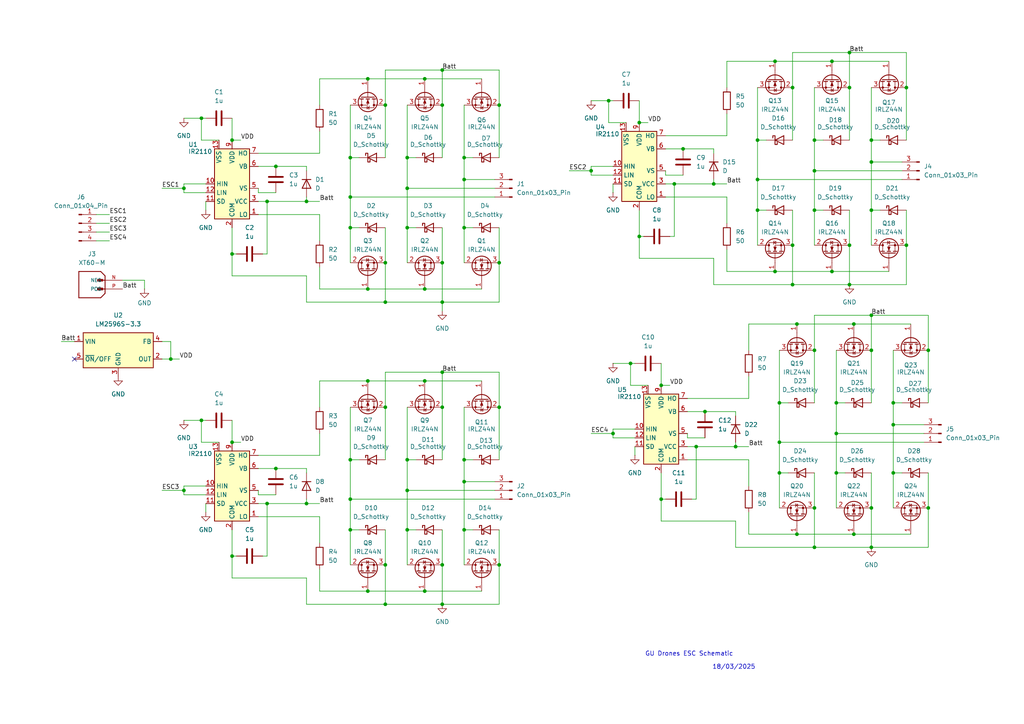
<source format=kicad_sch>
(kicad_sch (version 20250114) (generator "eeschema") (generator_version "9.0")
  (paper "A4")
  (text "GU Drones ESC Schematic" (at 199.898 189.738 0) (effects (font (size 1.27 1.27))))
  (text "18/03/2025" (at 212.852 193.548 0) (effects (font (size 1.27 1.27))))
  (junction (at 111.76 76.2))
  (junction (at 118.11 54.61))
  (junction (at 144.78 118.11))
  (junction (at 118.11 45.72))
  (junction (at 226.06 137.16))
  (junction (at 229.87 82.55))
  (junction (at 204.47 119.38))
  (junction (at 134.62 139.7))
  (junction (at 252.73 101.6))
  (junction (at 207.01 53.34))
  (junction (at 106.68 110.49))
  (junction (at 123.19 171.45))
  (junction (at 224.79 17.78))
  (junction (at 198.12 43.18))
  (junction (at 219.71 52.07))
  (junction (at 236.22 40.64))
  (junction (at 53.34 54.61))
  (junction (at 118.11 66.04))
  (junction (at 242.57 125.73))
  (junction (at 118.11 133.35))
  (junction (at 88.9 58.42))
  (junction (at 53.34 142.24))
  (junction (at 128.27 107.95))
  (junction (at 128.27 163.83))
  (junction (at 247.65 154.94))
  (junction (at 231.14 154.94))
  (junction (at 247.65 93.98))
  (junction (at 177.8 125.73))
  (junction (at 123.19 22.86))
  (junction (at 101.6 133.35))
  (junction (at 269.24 147.32))
  (junction (at 77.47 58.42))
  (junction (at 80.01 135.89))
  (junction (at 259.08 137.16))
  (junction (at 118.11 142.24))
  (junction (at 242.57 116.84))
  (junction (at 128.27 118.11))
  (junction (at 106.68 171.45))
  (junction (at 236.22 101.6))
  (junction (at 88.9 146.05))
  (junction (at 262.89 71.12))
  (junction (at 101.6 57.15))
  (junction (at 67.31 40.64))
  (junction (at 123.19 83.82))
  (junction (at 134.62 52.07))
  (junction (at 219.71 40.64))
  (junction (at 123.19 110.49))
  (junction (at 111.76 163.83))
  (junction (at 246.38 82.55))
  (junction (at 58.42 34.29))
  (junction (at 128.27 76.2))
  (junction (at 171.45 49.53))
  (junction (at 106.68 22.86))
  (junction (at 229.87 25.4))
  (junction (at 134.62 66.04))
  (junction (at 144.78 76.2))
  (junction (at 259.08 116.84))
  (junction (at 224.79 78.74))
  (junction (at 182.88 105.41))
  (junction (at 128.27 87.63))
  (junction (at 144.78 163.83))
  (junction (at 111.76 87.63))
  (junction (at 128.27 175.26))
  (junction (at 219.71 60.96))
  (junction (at 213.36 129.54))
  (junction (at 101.6 45.72))
  (junction (at 101.6 153.67))
  (junction (at 80.01 48.26))
  (junction (at 236.22 60.96))
  (junction (at 259.08 123.19))
  (junction (at 252.73 147.32))
  (junction (at 252.73 158.75))
  (junction (at 236.22 49.53))
  (junction (at 111.76 30.48))
  (junction (at 144.78 30.48))
  (junction (at 77.47 146.05))
  (junction (at 226.06 128.27))
  (junction (at 134.62 153.67))
  (junction (at 236.22 147.32))
  (junction (at 128.27 20.32))
  (junction (at 201.93 129.54))
  (junction (at 101.6 144.78))
  (junction (at 242.57 137.16))
  (junction (at 111.76 175.26))
  (junction (at 101.6 66.04))
  (junction (at 269.24 101.6))
  (junction (at 241.3 78.74))
  (junction (at 246.38 25.4))
  (junction (at 191.77 144.78))
  (junction (at 252.73 40.64))
  (junction (at 118.11 153.67))
  (junction (at 246.38 15.24))
  (junction (at 67.31 161.29))
  (junction (at 252.73 46.99))
  (junction (at 229.87 71.12))
  (junction (at 134.62 45.72))
  (junction (at 67.31 73.66))
  (junction (at 58.42 121.92))
  (junction (at 128.27 30.48))
  (junction (at 191.77 111.76))
  (junction (at 252.73 91.44))
  (junction (at 67.31 128.27))
  (junction (at 111.76 118.11))
  (junction (at 106.68 83.82))
  (junction (at 252.73 60.96))
  (junction (at 231.14 93.98))
  (junction (at 236.22 158.75))
  (junction (at 241.3 17.78))
  (junction (at 195.58 53.34))
  (junction (at 49.53 104.14))
  (junction (at 246.38 71.12))
  (junction (at 134.62 133.35))
  (junction (at 262.89 25.4))
  (junction (at 185.42 68.58))
  (junction (at 176.53 29.21))
  (junction (at 226.06 116.84))
  (junction (at 185.42 35.56))
  (no_connect (at 21.59 104.14))
  (wire (pts (xy 144.78 163.83) (xy 144.78 175.26)))
  (wire (pts (xy 247.65 154.94) (xy 264.16 154.94)))
  (wire (pts (xy 101.6 30.48) (xy 101.6 45.72)))
  (wire (pts (xy 118.11 54.61) (xy 118.11 66.04)))
  (wire (pts (xy 128.27 30.48) (xy 128.27 45.72)))
  (wire (pts (xy 198.12 43.18) (xy 207.01 43.18)))
  (wire (pts (xy 176.53 35.56) (xy 176.53 29.21)))
  (wire (pts (xy 242.57 101.6) (xy 242.57 116.84)))
  (wire (pts (xy 177.8 125.73) (xy 177.8 127)))
  (wire (pts (xy 171.45 49.53) (xy 165.1 49.53)))
  (wire (pts (xy 247.65 93.98) (xy 264.16 93.98)))
  (wire (pts (xy 210.82 39.37) (xy 193.04 39.37)))
  (wire (pts (xy 53.34 142.24) (xy 53.34 143.51)))
  (wire (pts (xy 236.22 49.53) (xy 261.62 49.53)))
  (wire (pts (xy 252.73 101.6) (xy 252.73 116.84)))
  (wire (pts (xy 101.6 66.04) (xy 101.6 76.2)))
  (wire (pts (xy 144.78 175.26) (xy 128.27 175.26)))
  (wire (pts (xy 252.73 91.44) (xy 269.24 91.44)))
  (wire (pts (xy 118.11 142.24) (xy 143.51 142.24)))
  (wire (pts (xy 58.42 128.27) (xy 58.42 121.92)))
  (wire (pts (xy 49.53 104.14) (xy 52.07 104.14)))
  (wire (pts (xy 204.47 119.38) (xy 213.36 119.38)))
  (wire (pts (xy 242.57 137.16) (xy 245.11 137.16)))
  (wire (pts (xy 236.22 25.4) (xy 236.22 40.64)))
  (wire (pts (xy 185.42 68.58) (xy 185.42 74.93)))
  (wire (pts (xy 123.19 22.86) (xy 139.7 22.86)))
  (wire (pts (xy 67.31 40.64) (xy 69.85 40.64)))
  (wire (pts (xy 67.31 167.64) (xy 88.9 167.64)))
  (wire (pts (xy 171.45 49.53) (xy 171.45 48.26)))
  (wire (pts (xy 226.06 137.16) (xy 226.06 147.32)))
  (wire (pts (xy 191.77 144.78) (xy 191.77 151.13)))
  (wire (pts (xy 226.06 101.6) (xy 226.06 116.84)))
  (wire (pts (xy 68.58 73.66) (xy 67.31 73.66)))
  (wire (pts (xy 242.57 125.73) (xy 242.57 137.16)))
  (wire (pts (xy 210.82 64.77) (xy 210.82 57.15)))
  (wire (pts (xy 259.08 123.19) (xy 267.97 123.19)))
  (wire (pts (xy 111.76 30.48) (xy 111.76 45.72)))
  (wire (pts (xy 88.9 87.63) (xy 111.76 87.63)))
  (wire (pts (xy 252.73 46.99) (xy 261.62 46.99)))
  (wire (pts (xy 88.9 58.42) (xy 92.71 58.42)))
  (wire (pts (xy 128.27 153.67) (xy 128.27 163.83)))
  (wire (pts (xy 229.87 71.12) (xy 229.87 82.55)))
  (wire (pts (xy 182.88 111.76) (xy 182.88 105.41)))
  (wire (pts (xy 259.08 101.6) (xy 259.08 116.84)))
  (wire (pts (xy 191.77 137.16) (xy 191.77 144.78)))
  (wire (pts (xy 128.27 20.32) (xy 144.78 20.32)))
  (wire (pts (xy 262.89 15.24) (xy 262.89 25.4)))
  (wire (pts (xy 210.82 78.74) (xy 224.79 78.74)))
  (wire (pts (xy 111.76 163.83) (xy 111.76 175.26)))
  (wire (pts (xy 106.68 22.86) (xy 123.19 22.86)))
  (wire (pts (xy 236.22 91.44) (xy 252.73 91.44)))
  (wire (pts (xy 252.73 46.99) (xy 252.73 60.96)))
  (wire (pts (xy 231.14 93.98) (xy 247.65 93.98)))
  (wire (pts (xy 213.36 129.54) (xy 217.17 129.54)))
  (wire (pts (xy 88.9 135.89) (xy 88.9 137.16)))
  (wire (pts (xy 53.34 121.92) (xy 58.42 121.92)))
  (wire (pts (xy 101.6 45.72) (xy 101.6 57.15)))
  (wire (pts (xy 49.53 99.06) (xy 49.53 104.14)))
  (wire (pts (xy 74.93 48.26) (xy 80.01 48.26)))
  (wire (pts (xy 128.27 107.95) (xy 128.27 118.11)))
  (wire (pts (xy 128.27 87.63) (xy 144.78 87.63)))
  (wire (pts (xy 217.17 115.57) (xy 199.39 115.57)))
  (wire (pts (xy 176.53 29.21) (xy 177.8 29.21)))
  (wire (pts (xy 144.78 20.32) (xy 144.78 30.48)))
  (wire (pts (xy 241.3 17.78) (xy 257.81 17.78)))
  (wire (pts (xy 199.39 127) (xy 199.39 125.73)))
  (wire (pts (xy 219.71 52.07) (xy 219.71 60.96)))
  (wire (pts (xy 58.42 34.29) (xy 59.69 34.29)))
  (wire (pts (xy 111.76 107.95) (xy 128.27 107.95)))
  (wire (pts (xy 259.08 137.16) (xy 259.08 147.32)))
  (wire (pts (xy 229.87 25.4) (xy 229.87 40.64)))
  (wire (pts (xy 76.2 73.66) (xy 77.47 73.66)))
  (wire (pts (xy 242.57 116.84) (xy 245.11 116.84)))
  (wire (pts (xy 236.22 147.32) (xy 236.22 158.75)))
  (wire (pts (xy 246.38 25.4) (xy 246.38 40.64)))
  (wire (pts (xy 219.71 25.4) (xy 219.71 40.64)))
  (wire (pts (xy 118.11 153.67) (xy 118.11 163.83)))
  (wire (pts (xy 217.17 148.59) (xy 217.17 154.94)))
  (wire (pts (xy 92.71 30.48) (xy 92.71 22.86)))
  (wire (pts (xy 252.73 60.96) (xy 252.73 71.12)))
  (wire (pts (xy 210.82 17.78) (xy 224.79 17.78)))
  (wire (pts (xy 92.71 110.49) (xy 106.68 110.49)))
  (wire (pts (xy 111.76 175.26) (xy 128.27 175.26)))
  (wire (pts (xy 134.62 153.67) (xy 134.62 163.83)))
  (wire (pts (xy 77.47 161.29) (xy 77.47 146.05)))
  (wire (pts (xy 128.27 118.11) (xy 128.27 133.35)))
  (wire (pts (xy 191.77 151.13) (xy 213.36 151.13)))
  (wire (pts (xy 207.01 74.93) (xy 207.01 82.55)))
  (wire (pts (xy 199.39 119.38) (xy 204.47 119.38)))
  (wire (pts (xy 246.38 15.24) (xy 246.38 25.4)))
  (wire (pts (xy 123.19 83.82) (xy 139.7 83.82)))
  (wire (pts (xy 134.62 133.35) (xy 134.62 139.7)))
  (wire (pts (xy 74.93 143.51) (xy 80.01 143.51)))
  (wire (pts (xy 88.9 175.26) (xy 111.76 175.26)))
  (wire (pts (xy 185.42 60.96) (xy 185.42 68.58)))
  (wire (pts (xy 226.06 116.84) (xy 226.06 128.27)))
  (wire (pts (xy 101.6 133.35) (xy 104.14 133.35)))
  (wire (pts (xy 92.71 38.1) (xy 92.71 44.45)))
  (wire (pts (xy 229.87 82.55) (xy 246.38 82.55)))
  (wire (pts (xy 229.87 15.24) (xy 229.87 25.4)))
  (wire (pts (xy 53.34 54.61) (xy 46.99 54.61)))
  (wire (pts (xy 194.31 68.58) (xy 195.58 68.58)))
  (wire (pts (xy 74.93 135.89) (xy 80.01 135.89)))
  (wire (pts (xy 111.76 87.63) (xy 128.27 87.63)))
  (wire (pts (xy 92.71 69.85) (xy 92.71 62.23)))
  (wire (pts (xy 255.27 40.64) (xy 252.73 40.64)))
  (wire (pts (xy 210.82 57.15) (xy 193.04 57.15)))
  (wire (pts (xy 236.22 40.64) (xy 236.22 49.53)))
  (wire (pts (xy 210.82 25.4) (xy 210.82 17.78)))
  (wire (pts (xy 92.71 62.23) (xy 74.93 62.23)))
  (wire (pts (xy 92.71 149.86) (xy 74.93 149.86)))
  (wire (pts (xy 226.06 128.27) (xy 226.06 137.16)))
  (wire (pts (xy 74.93 146.05) (xy 77.47 146.05)))
  (wire (pts (xy 200.66 144.78) (xy 201.93 144.78)))
  (wire (pts (xy 53.34 142.24) (xy 53.34 140.97)))
  (wire (pts (xy 224.79 17.78) (xy 241.3 17.78)))
  (wire (pts (xy 193.04 53.34) (xy 195.58 53.34)))
  (wire (pts (xy 229.87 15.24) (xy 246.38 15.24)))
  (wire (pts (xy 118.11 66.04) (xy 120.65 66.04)))
  (wire (pts (xy 171.45 50.8) (xy 177.8 50.8)))
  (wire (pts (xy 269.24 101.6) (xy 269.24 116.84)))
  (wire (pts (xy 111.76 76.2) (xy 111.76 87.63)))
  (wire (pts (xy 92.71 165.1) (xy 92.71 171.45)))
  (wire (pts (xy 134.62 118.11) (xy 134.62 133.35)))
  (wire (pts (xy 144.78 153.67) (xy 144.78 163.83)))
  (wire (pts (xy 191.77 111.76) (xy 194.31 111.76)))
  (wire (pts (xy 118.11 45.72) (xy 120.65 45.72)))
  (wire (pts (xy 177.8 53.34) (xy 177.8 55.88)))
  (wire (pts (xy 88.9 167.64) (xy 88.9 175.26)))
  (wire (pts (xy 171.45 48.26) (xy 177.8 48.26)))
  (wire (pts (xy 123.19 171.45) (xy 139.7 171.45)))
  (wire (pts (xy 111.76 107.95) (xy 111.76 118.11)))
  (wire (pts (xy 193.04 144.78) (xy 191.77 144.78)))
  (wire (pts (xy 195.58 68.58) (xy 195.58 53.34)))
  (wire (pts (xy 35.56 81.28) (xy 41.91 81.28)))
  (wire (pts (xy 210.82 33.02) (xy 210.82 39.37)))
  (wire (pts (xy 74.93 58.42) (xy 77.47 58.42)))
  (wire (pts (xy 67.31 66.04) (xy 67.31 73.66)))
  (wire (pts (xy 67.31 128.27) (xy 69.85 128.27)))
  (wire (pts (xy 137.16 133.35) (xy 134.62 133.35)))
  (wire (pts (xy 144.78 107.95) (xy 144.78 118.11)))
  (wire (pts (xy 261.62 116.84) (xy 259.08 116.84)))
  (wire (pts (xy 101.6 144.78) (xy 101.6 153.67)))
  (wire (pts (xy 259.08 137.16) (xy 261.62 137.16)))
  (wire (pts (xy 217.17 154.94) (xy 231.14 154.94)))
  (wire (pts (xy 53.34 54.61) (xy 53.34 53.34)))
  (wire (pts (xy 88.9 144.78) (xy 88.9 146.05)))
  (wire (pts (xy 46.99 104.14) (xy 49.53 104.14)))
  (wire (pts (xy 128.27 107.95) (xy 144.78 107.95)))
  (wire (pts (xy 53.34 53.34) (xy 59.69 53.34)))
  (wire (pts (xy 59.69 146.05) (xy 59.69 148.59)))
  (wire (pts (xy 67.31 34.29) (xy 67.31 40.64)))
  (wire (pts (xy 134.62 153.67) (xy 137.16 153.67)))
  (wire (pts (xy 224.79 78.74) (xy 241.3 78.74)))
  (wire (pts (xy 171.45 29.21) (xy 176.53 29.21)))
  (wire (pts (xy 76.2 161.29) (xy 77.47 161.29)))
  (wire (pts (xy 128.27 20.32) (xy 128.27 30.48)))
  (wire (pts (xy 213.36 158.75) (xy 236.22 158.75)))
  (wire (pts (xy 246.38 71.12) (xy 246.38 82.55)))
  (wire (pts (xy 111.76 153.67) (xy 111.76 163.83)))
  (wire (pts (xy 128.27 163.83) (xy 128.27 175.26)))
  (wire (pts (xy 101.6 66.04) (xy 104.14 66.04)))
  (wire (pts (xy 134.62 66.04) (xy 134.62 76.2)))
  (wire (pts (xy 191.77 105.41) (xy 191.77 111.76)))
  (wire (pts (xy 217.17 93.98) (xy 231.14 93.98)))
  (wire (pts (xy 101.6 153.67) (xy 101.6 163.83)))
  (wire (pts (xy 118.11 54.61) (xy 143.51 54.61)))
  (wire (pts (xy 27.94 69.85) (xy 31.75 69.85)))
  (wire (pts (xy 242.57 125.73) (xy 267.97 125.73)))
  (wire (pts (xy 101.6 57.15) (xy 101.6 66.04)))
  (wire (pts (xy 252.73 60.96) (xy 255.27 60.96)))
  (wire (pts (xy 219.71 60.96) (xy 219.71 71.12)))
  (wire (pts (xy 182.88 111.76) (xy 187.96 111.76)))
  (wire (pts (xy 137.16 45.72) (xy 134.62 45.72)))
  (wire (pts (xy 118.11 30.48) (xy 118.11 45.72)))
  (wire (pts (xy 269.24 158.75) (xy 252.73 158.75)))
  (wire (pts (xy 242.57 116.84) (xy 242.57 125.73)))
  (wire (pts (xy 217.17 101.6) (xy 217.17 93.98)))
  (wire (pts (xy 201.93 144.78) (xy 201.93 129.54)))
  (wire (pts (xy 118.11 142.24) (xy 118.11 153.67)))
  (wire (pts (xy 193.04 43.18) (xy 198.12 43.18)))
  (wire (pts (xy 252.73 91.44) (xy 252.73 101.6)))
  (wire (pts (xy 111.76 66.04) (xy 111.76 76.2)))
  (wire (pts (xy 17.78 99.06) (xy 21.59 99.06)))
  (wire (pts (xy 176.53 35.56) (xy 181.61 35.56)))
  (wire (pts (xy 144.78 66.04) (xy 144.78 76.2)))
  (wire (pts (xy 231.14 154.94) (xy 247.65 154.94)))
  (wire (pts (xy 171.45 49.53) (xy 171.45 50.8)))
  (wire (pts (xy 185.42 35.56) (xy 187.96 35.56)))
  (wire (pts (xy 144.78 76.2) (xy 144.78 87.63)))
  (wire (pts (xy 134.62 45.72) (xy 134.62 52.07)))
  (wire (pts (xy 269.24 137.16) (xy 269.24 147.32)))
  (wire (pts (xy 118.11 118.11) (xy 118.11 133.35)))
  (wire (pts (xy 118.11 133.35) (xy 118.11 142.24)))
  (wire (pts (xy 134.62 66.04) (xy 137.16 66.04)))
  (wire (pts (xy 252.73 25.4) (xy 252.73 40.64)))
  (wire (pts (xy 88.9 146.05) (xy 92.71 146.05)))
  (wire (pts (xy 68.58 161.29) (xy 67.31 161.29)))
  (wire (pts (xy 262.89 60.96) (xy 262.89 71.12)))
  (wire (pts (xy 269.24 91.44) (xy 269.24 101.6)))
  (wire (pts (xy 111.76 118.11) (xy 111.76 133.35)))
  (wire (pts (xy 144.78 118.11) (xy 144.78 133.35)))
  (wire (pts (xy 199.39 129.54) (xy 201.93 129.54)))
  (wire (pts (xy 186.69 68.58) (xy 185.42 68.58)))
  (wire (pts (xy 210.82 72.39) (xy 210.82 78.74)))
  (wire (pts (xy 27.94 64.77) (xy 31.75 64.77)))
  (wire (pts (xy 144.78 30.48) (xy 144.78 45.72)))
  (wire (pts (xy 217.17 109.22) (xy 217.17 115.57)))
  (wire (pts (xy 177.8 125.73) (xy 171.45 125.73)))
  (wire (pts (xy 77.47 58.42) (xy 88.9 58.42)))
  (wire (pts (xy 134.62 52.07) (xy 143.51 52.07)))
  (wire (pts (xy 128.27 66.04) (xy 128.27 76.2)))
  (wire (pts (xy 207.01 52.07) (xy 207.01 53.34)))
  (wire (pts (xy 27.94 67.31) (xy 31.75 67.31)))
  (wire (pts (xy 118.11 133.35) (xy 120.65 133.35)))
  (wire (pts (xy 118.11 45.72) (xy 118.11 54.61)))
  (wire (pts (xy 41.91 81.28) (xy 41.91 83.82)))
  (wire (pts (xy 219.71 40.64) (xy 219.71 52.07)))
  (wire (pts (xy 177.8 124.46) (xy 184.15 124.46)))
  (wire (pts (xy 111.76 20.32) (xy 128.27 20.32)))
  (wire (pts (xy 53.34 54.61) (xy 53.34 55.88)))
  (wire (pts (xy 77.47 146.05) (xy 88.9 146.05)))
  (wire (pts (xy 53.34 55.88) (xy 59.69 55.88)))
  (wire (pts (xy 101.6 118.11) (xy 101.6 133.35)))
  (wire (pts (xy 246.38 60.96) (xy 246.38 71.12)))
  (wire (pts (xy 259.08 123.19) (xy 259.08 137.16)))
  (wire (pts (xy 80.01 48.26) (xy 88.9 48.26)))
  (wire (pts (xy 118.11 66.04) (xy 118.11 76.2)))
  (wire (pts (xy 106.68 110.49) (xy 123.19 110.49)))
  (wire (pts (xy 74.93 55.88) (xy 80.01 55.88)))
  (wire (pts (xy 259.08 116.84) (xy 259.08 123.19)))
  (wire (pts (xy 185.42 74.93) (xy 207.01 74.93)))
  (wire (pts (xy 134.62 139.7) (xy 143.51 139.7)))
  (wire (pts (xy 101.6 57.15) (xy 143.51 57.15)))
  (wire (pts (xy 59.69 58.42) (xy 59.69 60.96)))
  (wire (pts (xy 201.93 129.54) (xy 213.36 129.54)))
  (wire (pts (xy 101.6 133.35) (xy 101.6 144.78)))
  (wire (pts (xy 88.9 57.15) (xy 88.9 58.42)))
  (wire (pts (xy 226.06 116.84) (xy 228.6 116.84)))
  (wire (pts (xy 101.6 153.67) (xy 104.14 153.67)))
  (wire (pts (xy 252.73 147.32) (xy 252.73 158.75)))
  (wire (pts (xy 219.71 40.64) (xy 222.25 40.64)))
  (wire (pts (xy 53.34 34.29) (xy 58.42 34.29)))
  (wire (pts (xy 123.19 110.49) (xy 139.7 110.49)))
  (wire (pts (xy 236.22 40.64) (xy 238.76 40.64)))
  (wire (pts (xy 67.31 161.29) (xy 67.31 167.64)))
  (wire (pts (xy 92.71 118.11) (xy 92.71 110.49)))
  (wire (pts (xy 80.01 135.89) (xy 88.9 135.89)))
  (wire (pts (xy 217.17 133.35) (xy 199.39 133.35)))
  (wire (pts (xy 58.42 128.27) (xy 63.5 128.27)))
  (wire (pts (xy 236.22 158.75) (xy 252.73 158.75)))
  (wire (pts (xy 217.17 140.97) (xy 217.17 133.35)))
  (wire (pts (xy 236.22 137.16) (xy 236.22 147.32)))
  (wire (pts (xy 101.6 144.78) (xy 143.51 144.78)))
  (wire (pts (xy 236.22 60.96) (xy 236.22 71.12)))
  (wire (pts (xy 195.58 53.34) (xy 207.01 53.34)))
  (wire (pts (xy 92.71 83.82) (xy 106.68 83.82)))
  (wire (pts (xy 134.62 139.7) (xy 134.62 153.67)))
  (wire (pts (xy 236.22 91.44) (xy 236.22 101.6)))
  (wire (pts (xy 74.93 55.88) (xy 74.93 54.61)))
  (wire (pts (xy 242.57 137.16) (xy 242.57 147.32)))
  (wire (pts (xy 58.42 121.92) (xy 59.69 121.92)))
  (wire (pts (xy 111.76 20.32) (xy 111.76 30.48)))
  (wire (pts (xy 74.93 143.51) (xy 74.93 142.24)))
  (wire (pts (xy 246.38 15.24) (xy 262.89 15.24)))
  (wire (pts (xy 207.01 53.34) (xy 210.82 53.34)))
  (wire (pts (xy 269.24 147.32) (xy 269.24 158.75)))
  (wire (pts (xy 213.36 119.38) (xy 213.36 120.65)))
  (wire (pts (xy 177.8 127) (xy 184.15 127)))
  (wire (pts (xy 77.47 73.66) (xy 77.47 58.42)))
  (wire (pts (xy 226.06 128.27) (xy 267.97 128.27)))
  (wire (pts (xy 193.04 50.8) (xy 193.04 49.53)))
  (wire (pts (xy 53.34 142.24) (xy 46.99 142.24)))
  (wire (pts (xy 106.68 171.45) (xy 123.19 171.45)))
  (wire (pts (xy 27.94 62.23) (xy 31.75 62.23)))
  (wire (pts (xy 236.22 49.53) (xy 236.22 60.96)))
  (wire (pts (xy 236.22 60.96) (xy 238.76 60.96)))
  (wire (pts (xy 53.34 143.51) (xy 59.69 143.51)))
  (wire (pts (xy 182.88 105.41) (xy 184.15 105.41)))
  (wire (pts (xy 177.8 125.73) (xy 177.8 124.46)))
  (wire (pts (xy 118.11 153.67) (xy 120.65 153.67)))
  (wire (pts (xy 219.71 52.07) (xy 261.62 52.07)))
  (wire (pts (xy 262.89 25.4) (xy 262.89 40.64)))
  (wire (pts (xy 92.71 132.08) (xy 74.93 132.08)))
  (wire (pts (xy 92.71 125.73) (xy 92.71 132.08)))
  (wire (pts (xy 229.87 60.96) (xy 229.87 71.12)))
  (wire (pts (xy 213.36 151.13) (xy 213.36 158.75)))
  (wire (pts (xy 101.6 45.72) (xy 104.14 45.72)))
  (wire (pts (xy 134.62 52.07) (xy 134.62 66.04)))
  (wire (pts (xy 88.9 80.01) (xy 88.9 87.63)))
  (wire (pts (xy 128.27 76.2) (xy 128.27 87.63)))
  (wire (pts (xy 262.89 71.12) (xy 262.89 82.55)))
  (wire (pts (xy 67.31 121.92) (xy 67.31 128.27)))
  (wire (pts (xy 252.73 40.64) (xy 252.73 46.99)))
  (wire (pts (xy 193.04 50.8) (xy 198.12 50.8)))
  (wire (pts (xy 185.42 29.21) (xy 185.42 35.56)))
  (wire (pts (xy 128.27 87.63) (xy 128.27 90.17)))
  (wire (pts (xy 219.71 60.96) (xy 222.25 60.96)))
  (wire (pts (xy 92.71 157.48) (xy 92.71 149.86)))
  (wire (pts (xy 213.36 128.27) (xy 213.36 129.54)))
  (wire (pts (xy 58.42 40.64) (xy 63.5 40.64)))
  (wire (pts (xy 207.01 43.18) (xy 207.01 44.45)))
  (wire (pts (xy 177.8 105.41) (xy 182.88 105.41)))
  (wire (pts (xy 252.73 137.16) (xy 252.73 147.32)))
  (wire (pts (xy 134.62 30.48) (xy 134.62 45.72)))
  (wire (pts (xy 67.31 153.67) (xy 67.31 161.29)))
  (wire (pts (xy 67.31 80.01) (xy 88.9 80.01)))
  (wire (pts (xy 236.22 101.6) (xy 236.22 116.84)))
  (wire (pts (xy 92.71 44.45) (xy 74.93 44.45)))
  (wire (pts (xy 92.71 171.45) (xy 106.68 171.45)))
  (wire (pts (xy 92.71 22.86) (xy 106.68 22.86)))
  (wire (pts (xy 88.9 48.26) (xy 88.9 49.53)))
  (wire (pts (xy 53.34 140.97) (xy 59.69 140.97)))
  (wire (pts (xy 199.39 127) (xy 204.47 127)))
  (wire (pts (xy 184.15 129.54) (xy 184.15 132.08)))
  (wire (pts (xy 58.42 40.64) (xy 58.42 34.29)))
  (wire (pts (xy 262.89 82.55) (xy 246.38 82.55)))
  (wire (pts (xy 106.68 83.82) (xy 123.19 83.82)))
  (wire (pts (xy 67.31 73.66) (xy 67.31 80.01)))
  (wire (pts (xy 92.71 77.47) (xy 92.71 83.82)))
  (wire (pts (xy 46.99 99.06) (xy 49.53 99.06)))
  (wire (pts (xy 241.3 78.74) (xy 257.81 78.74)))
  (wire (pts (xy 226.06 137.16) (xy 228.6 137.16)))
  (wire (pts (xy 207.01 82.55) (xy 229.87 82.55)))
  (label "Batt" (at 210.82 53.34 0))
  (label "ESC2" (at 165.1 49.53 0))
  (label "ESC3" (at 31.75 67.31 0))
  (label "VDD" (at 194.31 111.76 0))
  (label "ESC3" (at 46.99 142.24 0))
  (label "Batt" (at 252.73 91.44 0))
  (label "Batt" (at 35.56 83.82 0))
  (label "ESC2" (at 31.75 64.77 0))
  (label "Batt" (at 246.38 15.24 0))
  (label "Batt" (at 92.71 58.42 0))
  (label "Batt" (at 217.17 129.54 0))
  (label "Batt" (at 17.78 99.06 0))
  (label "VDD" (at 187.96 35.56 0))
  (label "Batt" (at 128.27 107.95 0))
  (label "VDD" (at 52.07 104.14 0))
  (label "ESC4" (at 171.45 125.73 0))
  (label "ESC4" (at 31.75 69.85 0))
  (label "Batt" (at 92.71 146.05 0))
  (label "VDD" (at 69.85 128.27 0))
  (label "ESC1" (at 31.75 62.23 0))
  (label "Batt" (at 128.27 20.32 0))
  (label "ESC1" (at 46.99 54.61 0))
  (label "VDD" (at 69.85 40.64 0))
  (symbol (lib_id "Transistor_FET:IRLZ44N") (at 224.79 73.66 90) (unit 1)
    (property "Reference" "Q14" (at 224.79 64.77 90))
    (property "Value" "IRLZ44N" (at 224.79 67.31 90))
    (property "Footprint" "Package_TO_SOT_THT:TO-220-3_Vertical" (effects (hide yes)))
    (property "Datasheet" "http://www.irf.com/product-info/datasheets/data/irlz44n.pdf" (effects (hide yes)))
    (property "Description" "47A Id, 55V Vds, 22mOhm Rds Single N-Channel HEXFET Power MOSFET, TO-220AB" (effects (hide yes)))
  )
  (symbol (lib_id "Device:D_Schottky") (at 259.08 60.96 0) (unit 1)
    (property "Reference" "D21" (at 258.7625 54.61 0))
    (property "Value" "D_Schottky" (at 258.7625 57.15 0))
    (property "Description" "Schottky diode" (effects (hide yes)))
  )
  (symbol (lib_id "Transistor_FET:IRLZ44N") (at 231.14 99.06 270) (unit 1)
    (property "Reference" "Q19" (at 231.14 105.41 90))
    (property "Value" "IRLZ44N" (at 231.14 107.95 90))
    (property "Footprint" "Package_TO_SOT_THT:TO-220-3_Vertical" (effects (hide yes)))
    (property "Datasheet" "http://www.irf.com/product-info/datasheets/data/irlz44n.pdf" (effects (hide yes)))
    (property "Description" "47A Id, 55V Vds, 22mOhm Rds Single N-Channel HEXFET Power MOSFET, TO-220AB" (effects (hide yes)))
  )
  (symbol (lib_id "Device:D_Schottky") (at 259.08 40.64 0) (unit 1)
    (property "Reference" "D20" (at 259.08 35.052 0))
    (property "Value" "D_Schottky" (at 258.7625 36.83 0))
    (property "Description" "Schottky diode" (effects (hide yes)))
  )
  (symbol (lib_id "Transistor_FET:IRLZ44N") (at 106.68 166.37 90) (unit 1)
    (property "Reference" "Q8" (at 106.68 157.48 90))
    (property "Value" "IRLZ44N" (at 106.68 160.02 90))
    (property "Footprint" "Package_TO_SOT_THT:TO-220-3_Vertical" (effects (hide yes)))
    (property "Datasheet" "http://www.irf.com/product-info/datasheets/data/irlz44n.pdf" (effects (hide yes)))
    (property "Description" "47A Id, 55V Vds, 22mOhm Rds Single N-Channel HEXFET Power MOSFET, TO-220AB" (effects (hide yes)))
  )
  (symbol (lib_id "Device:C") (at 198.12 46.99 180) (unit 1)
    (property "Reference" "C9" (at 201.93 45.7199 0) (effects (justify right)))
    (property "Value" "1u" (at 201.93 48.2599 0) (effects (justify right)))
    (property "Description" "Unpolarized capacitor" (effects (hide yes)))
  )
  (symbol (lib_id "Device:D_Schottky") (at 226.06 40.64 0) (unit 1)
    (property "Reference" "D16" (at 225.7425 34.29 0))
    (property "Value" "D_Schottky" (at 225.7425 36.83 0))
    (property "Description" "Schottky diode" (effects (hide yes)))
  )
  (symbol (lib_id "Device:D") (at 88.9 140.97 270) (unit 1)
    (property "Reference" "D8" (at 91.44 139.6999 90) (effects (justify left)))
    (property "Value" "D" (at 91.44 142.2399 90) (effects (justify left)))
    (property "Description" "Diode" (effects (hide yes)))
    (property "Sim.Device" "D" (effects (hide yes)))
    (property "Sim.Pins" "1=K 2=A" (effects (hide yes)))
  )
  (symbol (lib_id "power:GND") (at 53.34 121.92 0) (unit 1)
    (property "Reference" "#PWR07" (effects (hide yes)))
    (property "Value" "GND" (at 53.34 127 0))
    (property "Description" "Power symbol creates a global label with name \"GND\" , ground" (effects (hide yes)))
  )
  (symbol (lib_id "power:GND") (at 177.8 105.41 0) (unit 1)
    (property "Reference" "#PWR013" (effects (hide yes)))
    (property "Value" "GND" (at 177.8 110.49 0))
    (property "Description" "Power symbol creates a global label with name \"GND\" , ground" (effects (hide yes)))
  )
  (symbol (lib_id "Device:D_Schottky") (at 124.46 45.72 0) (unit 1)
    (property "Reference" "D6" (at 124.206 39.878 0))
    (property "Value" "D_Schottky" (at 124.1425 41.91 0))
    (property "Description" "Schottky diode" (effects (hide yes)))
  )
  (symbol (lib_id "Connector:Conn_01x03_Pin") (at 148.59 142.24 180) (unit 1)
    (property "Reference" "J2" (at 149.86 140.9699 0) (effects (justify right)))
    (property "Value" "Conn_01x03_Pin" (at 149.86 143.5099 0) (effects (justify right)))
    (property "Description" "Generic connector, single row, 01x03, script generated" (effects (hide yes)))
  )
  (symbol (lib_id "Transistor_FET:IRLZ44N") (at 106.68 78.74 90) (unit 1)
    (property "Reference" "Q3" (at 106.68 69.85 90))
    (property "Value" "IRLZ44N" (at 106.68 72.39 90))
    (property "Footprint" "Package_TO_SOT_THT:TO-220-3_Vertical" (effects (hide yes)))
    (property "Datasheet" "http://www.irf.com/product-info/datasheets/data/irlz44n.pdf" (effects (hide yes)))
    (property "Description" "47A Id, 55V Vds, 22mOhm Rds Single N-Channel HEXFET Power MOSFET, TO-220AB" (effects (hide yes)))
  )
  (symbol (lib_id "Transistor_FET:IRLZ44N") (at 264.16 149.86 90) (unit 1)
    (property "Reference" "Q24" (at 264.16 140.97 90))
    (property "Value" "IRLZ44N" (at 264.16 143.51 90))
    (property "Footprint" "Package_TO_SOT_THT:TO-220-3_Vertical" (effects (hide yes)))
    (property "Datasheet" "http://www.irf.com/product-info/datasheets/data/irlz44n.pdf" (effects (hide yes)))
    (property "Description" "47A Id, 55V Vds, 22mOhm Rds Single N-Channel HEXFET Power MOSFET, TO-220AB" (effects (hide yes)))
  )
  (symbol (lib_id "power:GND") (at 128.27 90.17 0) (unit 1)
    (property "Reference" "#PWR05" (effects (hide yes)))
    (property "Value" "GND" (at 128.27 95.25 0))
    (property "Description" "Power symbol creates a global label with name \"GND\" , ground" (effects (hide yes)))
  )
  (symbol (lib_id "Device:C") (at 204.47 123.19 180) (unit 1)
    (property "Reference" "C12" (at 208.28 121.9199 0) (effects (justify right)))
    (property "Value" "1u" (at 208.28 124.4599 0) (effects (justify right)))
    (property "Description" "Unpolarized capacitor" (effects (hide yes)))
  )
  (symbol (lib_id "Device:R") (at 217.17 144.78 0) (unit 1)
    (property "Reference" "R8" (at 219.71 143.5099 0) (effects (justify left)))
    (property "Value" "50" (at 219.71 146.0499 0) (effects (justify left)))
    (property "Description" "Resistor" (effects (hide yes)))
  )
  (symbol (lib_id "Device:D_Schottky") (at 107.95 45.72 0) (unit 1)
    (property "Reference" "D5" (at 107.6325 39.37 0))
    (property "Value" "D_Schottky" (at 107.6325 41.91 0))
    (property "Description" "Schottky diode" (effects (hide yes)))
  )
  (symbol (lib_id "Transistor_FET:IRLZ44N") (at 106.68 115.57 270) (unit 1)
    (property "Reference" "Q7" (at 106.68 121.92 90))
    (property "Value" "IRLZ44N" (at 106.68 124.46 90))
    (property "Footprint" "Package_TO_SOT_THT:TO-220-3_Vertical" (effects (hide yes)))
    (property "Datasheet" "http://www.irf.com/product-info/datasheets/data/irlz44n.pdf" (effects (hide yes)))
    (property "Description" "47A Id, 55V Vds, 22mOhm Rds Single N-Channel HEXFET Power MOSFET, TO-220AB" (effects (hide yes)))
  )
  (symbol (lib_id "Device:R") (at 92.71 73.66 0) (unit 1)
    (property "Reference" "R2" (at 95.25 72.3899 0) (effects (justify left)))
    (property "Value" "50" (at 95.25 74.9299 0) (effects (justify left)))
    (property "Description" "Resistor" (effects (hide yes)))
  )
  (symbol (lib_id "Device:D_Schottky") (at 140.97 133.35 0) (unit 1)
    (property "Reference" "D13" (at 140.97 127.762 0))
    (property "Value" "D_Schottky" (at 140.6525 129.54 0))
    (property "Description" "Schottky diode" (effects (hide yes)))
  )
  (symbol (lib_id "Device:D_Schottky") (at 140.97 153.67 0) (unit 1)
    (property "Reference" "D14" (at 140.6525 147.32 0))
    (property "Value" "D_Schottky" (at 140.6525 149.86 0))
    (property "Description" "Schottky diode" (effects (hide yes)))
  )
  (symbol (lib_id "Regulator_Switching:LM2596S-3.3") (at 34.29 101.6 0) (unit 1)
    (property "Reference" "U2" (at 34.29 91.44 0))
    (property "Value" "LM2596S-3.3" (at 34.29 93.98 0))
    (property "Footprint" "Package_TO_SOT_SMD:TO-263-5_TabPin3" (effects (hide yes)))
    (property "Datasheet" "http://www.ti.com/lit/ds/symlink/lm2596.pdf" (effects (hide yes)))
    (property "Description" "3.3V 3A Step-Down Voltage Regulator, TO-263" (effects (hide yes)))
  )
  (symbol (lib_id "Transistor_FET:IRLZ44N") (at 139.7 115.57 270) (unit 1)
    (property "Reference" "Q11" (at 139.7 122.428 90))
    (property "Value" "IRLZ44N" (at 139.7 124.46 90))
    (property "Footprint" "Package_TO_SOT_THT:TO-220-3_Vertical" (effects (hide yes)))
    (property "Datasheet" "http://www.irf.com/product-info/datasheets/data/irlz44n.pdf" (effects (hide yes)))
    (property "Description" "47A Id, 55V Vds, 22mOhm Rds Single N-Channel HEXFET Power MOSFET, TO-220AB" (effects (hide yes)))
  )
  (symbol (lib_id "power:GND") (at 34.29 109.22 0) (unit 1)
    (property "Reference" "#PWR06" (effects (hide yes)))
    (property "Value" "GND" (at 34.29 114.3 0))
    (property "Description" "Power symbol creates a global label with name \"GND\" , ground" (effects (hide yes)))
  )
  (symbol (lib_id "Device:C") (at 190.5 68.58 90) (unit 1)
    (property "Reference" "C8" (at 190.5 60.96 90))
    (property "Value" "1u" (at 190.5 63.5 90))
    (property "Description" "Unpolarized capacitor" (effects (hide yes)))
  )
  (symbol (lib_id "Device:R") (at 92.71 121.92 180) (unit 1)
    (property "Reference" "R3" (at 95.25 120.6499 0) (effects (justify right)))
    (property "Value" "50" (at 95.25 123.1899 0) (effects (justify right)))
    (property "Description" "Resistor" (effects (hide yes)))
  )
  (symbol (lib_id "Connector:Conn_01x03_Pin") (at 148.59 54.61 180) (unit 1)
    (property "Reference" "J1" (at 149.86 53.3399 0) (effects (justify right)))
    (property "Value" "Conn_01x03_Pin" (at 149.86 55.8799 0) (effects (justify right)))
    (property "Description" "Generic connector, single row, 01x03, script generated" (effects (hide yes)))
  )
  (symbol (lib_id "Device:D_Schottky") (at 107.95 133.35 0) (unit 1)
    (property "Reference" "D9" (at 107.6325 127 0))
    (property "Value" "D_Schottky" (at 107.6325 129.54 0))
    (property "Description" "Schottky diode" (effects (hide yes)))
  )
  (symbol (lib_id "Transistor_FET:IRLZ44N") (at 139.7 27.94 270) (unit 1)
    (property "Reference" "Q6" (at 139.7 34.798 90))
    (property "Value" "IRLZ44N" (at 139.7 36.83 90))
    (property "Footprint" "Package_TO_SOT_THT:TO-220-3_Vertical" (effects (hide yes)))
    (property "Datasheet" "http://www.irf.com/product-info/datasheets/data/irlz44n.pdf" (effects (hide yes)))
    (property "Description" "47A Id, 55V Vds, 22mOhm Rds Single N-Channel HEXFET Power MOSFET, TO-220AB" (effects (hide yes)))
  )
  (symbol (lib_id "Transistor_FET:IRLZ44N") (at 257.81 73.66 90) (unit 1)
    (property "Reference" "Q18" (at 257.81 64.77 90))
    (property "Value" "IRLZ44N" (at 257.81 67.31 90))
    (property "Footprint" "Package_TO_SOT_THT:TO-220-3_Vertical" (effects (hide yes)))
    (property "Datasheet" "http://www.irf.com/product-info/datasheets/data/irlz44n.pdf" (effects (hide yes)))
    (property "Description" "47A Id, 55V Vds, 22mOhm Rds Single N-Channel HEXFET Power MOSFET, TO-220AB" (effects (hide yes)))
  )
  (symbol (lib_id "Transistor_FET:IRLZ44N") (at 241.3 22.86 270) (unit 1)
    (property "Reference" "Q15" (at 241.3 29.21 90))
    (property "Value" "IRLZ44N" (at 241.3 31.75 90))
    (property "Footprint" "Package_TO_SOT_THT:TO-220-3_Vertical" (effects (hide yes)))
    (property "Datasheet" "http://www.irf.com/product-info/datasheets/data/irlz44n.pdf" (effects (hide yes)))
    (property "Description" "47A Id, 55V Vds, 22mOhm Rds Single N-Channel HEXFET Power MOSFET, TO-220AB" (effects (hide yes)))
  )
  (symbol (lib_id "Device:R") (at 210.82 29.21 180) (unit 1)
    (property "Reference" "R5" (at 213.36 27.9399 0) (effects (justify right)))
    (property "Value" "50" (at 213.36 30.4799 0) (effects (justify right)))
    (property "Description" "Resistor" (effects (hide yes)))
  )
  (symbol (lib_id "power:GND") (at 184.15 132.08 0) (unit 1)
    (property "Reference" "#PWR014" (effects (hide yes)))
    (property "Value" "GND" (at 184.15 137.16 0))
    (property "Description" "Power symbol creates a global label with name \"GND\" , ground" (effects (hide yes)))
  )
  (symbol (lib_id "power:GND") (at 246.38 82.55 0) (unit 1)
    (property "Reference" "#PWR012" (effects (hide yes)))
    (property "Value" "GND" (at 246.38 87.63 0))
    (property "Description" "Power symbol creates a global label with name \"GND\" , ground" (effects (hide yes)))
  )
  (symbol (lib_id "Device:D_Schottky") (at 248.92 137.16 0) (unit 1)
    (property "Reference" "D26" (at 248.6025 130.81 0))
    (property "Value" "D_Schottky" (at 248.6025 133.35 0))
    (property "Description" "Schottky diode" (effects (hide yes)))
  )
  (symbol (lib_id "Device:C") (at 63.5 121.92 90) (unit 1)
    (property "Reference" "C4" (at 63.5 114.3 90))
    (property "Value" "1u" (at 63.5 116.84 90))
    (property "Description" "Unpolarized capacitor" (effects (hide yes)))
  )
  (symbol (lib_id "Driver_FET:IR2110") (at 191.77 124.46 0) (unit 1)
    (property "Reference" "U5" (at 179.07 113.03 0) (effects (justify left)))
    (property "Value" "IR2110" (at 179.07 115.062 0) (effects (justify left)))
    (property "Footprint" "Package_DIP:DIP-14_W7.62mm" (effects (hide yes)))
    (property "Datasheet" "https://www.infineon.com/dgdl/ir2110.pdf?fileId=5546d462533600a4015355c80333167e" (effects (hide yes)))
    (property "Description" "High and Low Side Driver, 500V, 2.0/2.0A, PDIP-14" (effects (hide yes)))
  )
  (symbol (lib_id "Transistor_FET:IRLZ44N") (at 257.81 22.86 270) (unit 1)
    (property "Reference" "Q17" (at 257.81 29.718 90))
    (property "Value" "IRLZ44N" (at 257.81 31.75 90))
    (property "Footprint" "Package_TO_SOT_THT:TO-220-3_Vertical" (effects (hide yes)))
    (property "Datasheet" "http://www.irf.com/product-info/datasheets/data/irlz44n.pdf" (effects (hide yes)))
    (property "Description" "47A Id, 55V Vds, 22mOhm Rds Single N-Channel HEXFET Power MOSFET, TO-220AB" (effects (hide yes)))
  )
  (symbol (lib_id "Driver_FET:IR2110") (at 67.31 53.34 0) (unit 1)
    (property "Reference" "U1" (at 54.61 41.91 0) (effects (justify left)))
    (property "Value" "IR2110" (at 54.61 43.942 0) (effects (justify left)))
    (property "Footprint" "Package_DIP:DIP-14_W7.62mm" (effects (hide yes)))
    (property "Datasheet" "https://www.infineon.com/dgdl/ir2110.pdf?fileId=5546d462533600a4015355c80333167e" (effects (hide yes)))
    (property "Description" "High and Low Side Driver, 500V, 2.0/2.0A, PDIP-14" (effects (hide yes)))
  )
  (symbol (lib_id "Device:D_Schottky") (at 226.06 60.96 0) (unit 1)
    (property "Reference" "D17" (at 225.7425 54.61 0))
    (property "Value" "D_Schottky" (at 225.7425 57.15 0))
    (property "Description" "Schottky diode" (effects (hide yes)))
  )
  (symbol (lib_id "power:GND") (at 171.45 29.21 0) (unit 1)
    (property "Reference" "#PWR010" (effects (hide yes)))
    (property "Value" "GND" (at 171.45 34.29 0))
    (property "Description" "Power symbol creates a global label with name \"GND\" , ground" (effects (hide yes)))
  )
  (symbol (lib_id "Transistor_FET:IRLZ44N") (at 106.68 27.94 270) (unit 1)
    (property "Reference" "Q4" (at 106.68 34.29 90))
    (property "Value" "IRLZ44N" (at 106.68 36.83 90))
    (property "Footprint" "Package_TO_SOT_THT:TO-220-3_Vertical" (effects (hide yes)))
    (property "Datasheet" "http://www.irf.com/product-info/datasheets/data/irlz44n.pdf" (effects (hide yes)))
    (property "Description" "47A Id, 55V Vds, 22mOhm Rds Single N-Channel HEXFET Power MOSFET, TO-220AB" (effects (hide yes)))
  )
  (symbol (lib_id "Device:C") (at 72.39 73.66 90) (unit 1)
    (property "Reference" "C2" (at 72.39 66.04 90))
    (property "Value" "1u" (at 72.39 68.58 90))
    (property "Description" "Unpolarized capacitor" (effects (hide yes)))
  )
  (symbol (lib_id "Device:D_Schottky") (at 124.46 66.04 0) (unit 1)
    (property "Reference" "D3" (at 124.1425 59.69 0))
    (property "Value" "D_Schottky" (at 124.1425 62.23 0))
    (property "Description" "Schottky diode" (effects (hide yes)))
  )
  (symbol (lib_id "Connector:Conn_01x04_Pin") (at 22.86 64.77 0) (unit 1)
    (property "Reference" "J6" (at 23.495 57.15 0))
    (property "Value" "Conn_01x04_Pin" (at 23.495 59.69 0))
    (property "Description" "Generic connector, single row, 01x04, script generated" (effects (hide yes)))
  )
  (symbol (lib_id "Device:R") (at 210.82 68.58 0) (unit 1)
    (property "Reference" "R6" (at 213.36 67.3099 0) (effects (justify left)))
    (property "Value" "50" (at 213.36 69.8499 0) (effects (justify left)))
    (property "Description" "Resistor" (effects (hide yes)))
  )
  (symbol (lib_id "Transistor_FET:IRLZ44N") (at 123.19 27.94 270) (unit 1)
    (property "Reference" "Q5" (at 123.19 34.29 90))
    (property "Value" "IRLZ44N" (at 123.19 36.83 90))
    (property "Footprint" "Package_TO_SOT_THT:TO-220-3_Vertical" (effects (hide yes)))
    (property "Datasheet" "http://www.irf.com/product-info/datasheets/data/irlz44n.pdf" (effects (hide yes)))
    (property "Description" "47A Id, 55V Vds, 22mOhm Rds Single N-Channel HEXFET Power MOSFET, TO-220AB" (effects (hide yes)))
  )
  (symbol (lib_id "Transistor_FET:IRLZ44N") (at 264.16 99.06 270) (unit 1)
    (property "Reference" "Q23" (at 264.16 105.918 90))
    (property "Value" "IRLZ44N" (at 264.16 107.95 90))
    (property "Footprint" "Package_TO_SOT_THT:TO-220-3_Vertical" (effects (hide yes)))
    (property "Datasheet" "http://www.irf.com/product-info/datasheets/data/irlz44n.pdf" (effects (hide yes)))
    (property "Description" "47A Id, 55V Vds, 22mOhm Rds Single N-Channel HEXFET Power MOSFET, TO-220AB" (effects (hide yes)))
  )
  (symbol (lib_id "Device:C") (at 187.96 105.41 90) (unit 1)
    (property "Reference" "C10" (at 187.96 97.79 90))
    (property "Value" "1u" (at 187.96 100.33 90))
    (property "Description" "Unpolarized capacitor" (effects (hide yes)))
  )
  (symbol (lib_id "power:GND") (at 53.34 34.29 0) (unit 1)
    (property "Reference" "#PWR02" (effects (hide yes)))
    (property "Value" "GND" (at 53.34 39.37 0))
    (property "Description" "Power symbol creates a global label with name \"GND\" , ground" (effects (hide yes)))
  )
  (symbol (lib_id "Device:D") (at 207.01 48.26 270) (unit 1)
    (property "Reference" "D15" (at 209.55 46.9899 90) (effects (justify left)))
    (property "Value" "D" (at 209.55 49.5299 90) (effects (justify left)))
    (property "Description" "Diode" (effects (hide yes)))
    (property "Sim.Device" "D" (effects (hide yes)))
    (property "Sim.Pins" "1=K 2=A" (effects (hide yes)))
  )
  (symbol (lib_id "Device:D_Schottky") (at 232.41 116.84 0) (unit 1)
    (property "Reference" "D23" (at 232.0925 110.49 0))
    (property "Value" "D_Schottky" (at 232.0925 113.03 0))
    (property "Description" "Schottky diode" (effects (hide yes)))
  )
  (symbol (lib_id "Device:D_Schottky") (at 265.43 137.16 0) (unit 1)
    (property "Reference" "D28" (at 265.1125 130.81 0))
    (property "Value" "D_Schottky" (at 265.1125 133.35 0))
    (property "Description" "Schottky diode" (effects (hide yes)))
  )
  (symbol (lib_id "Device:C") (at 72.39 161.29 90) (unit 1)
    (property "Reference" "C5" (at 72.39 153.67 90))
    (property "Value" "1u" (at 72.39 156.21 90))
    (property "Description" "Unpolarized capacitor" (effects (hide yes)))
  )
  (symbol (lib_id "Device:D") (at 213.36 124.46 270) (unit 1)
    (property "Reference" "D22" (at 215.9 123.1899 90) (effects (justify left)))
    (property "Value" "D" (at 215.9 125.7299 90) (effects (justify left)))
    (property "Description" "Diode" (effects (hide yes)))
    (property "Sim.Device" "D" (effects (hide yes)))
    (property "Sim.Pins" "1=K 2=A" (effects (hide yes)))
  )
  (symbol (lib_id "Device:D_Schottky") (at 242.57 40.64 0) (unit 1)
    (property "Reference" "D18" (at 242.316 34.798 0))
    (property "Value" "D_Schottky" (at 242.2525 36.83 0))
    (property "Description" "Schottky diode" (effects (hide yes)))
  )
  (symbol (lib_id "Driver_FET:IR2110") (at 185.42 48.26 0) (unit 1)
    (property "Reference" "U4" (at 172.72 36.83 0) (effects (justify left)))
    (property "Value" "IR2110" (at 172.72 38.862 0) (effects (justify left)))
    (property "Footprint" "Package_DIP:DIP-14_W7.62mm" (effects (hide yes)))
    (property "Datasheet" "https://www.infineon.com/dgdl/ir2110.pdf?fileId=5546d462533600a4015355c80333167e" (effects (hide yes)))
    (property "Description" "High and Low Side Driver, 500V, 2.0/2.0A, PDIP-14" (effects (hide yes)))
  )
  (symbol (lib_id "Device:C") (at 196.85 144.78 90) (unit 1)
    (property "Reference" "C11" (at 196.85 137.16 90))
    (property "Value" "1u" (at 196.85 139.7 90))
    (property "Description" "Unpolarized capacitor" (effects (hide yes)))
  )
  (symbol (lib_id "Device:D_Schottky") (at 107.95 66.04 0) (unit 1)
    (property "Reference" "D2" (at 107.6325 59.69 0))
    (property "Value" "D_Schottky" (at 107.6325 62.23 0))
    (property "Description" "Schottky diode" (effects (hide yes)))
  )
  (symbol (lib_id "Transistor_FET:IRLZ44N") (at 123.19 78.74 90) (unit 1)
    (property "Reference" "Q2" (at 123.19 69.85 90))
    (property "Value" "IRLZ44N" (at 123.19 72.39 90))
    (property "Footprint" "Package_TO_SOT_THT:TO-220-3_Vertical" (effects (hide yes)))
    (property "Datasheet" "http://www.irf.com/product-info/datasheets/data/irlz44n.pdf" (effects (hide yes)))
    (property "Description" "47A Id, 55V Vds, 22mOhm Rds Single N-Channel HEXFET Power MOSFET, TO-220AB" (effects (hide yes)))
  )
  (symbol (lib_id "Device:D_Schottky") (at 124.46 133.35 0) (unit 1)
    (property "Reference" "D11" (at 124.206 127.508 0))
    (property "Value" "D_Schottky" (at 124.1425 129.54 0))
    (property "Description" "Schottky diode" (effects (hide yes)))
  )
  (symbol (lib_id "power:GND") (at 41.91 83.82 0) (unit 1)
    (property "Reference" "#PWR04" (effects (hide yes)))
    (property "Value" "GND" (at 41.91 87.884 0))
    (property "Description" "Power symbol creates a global label with name \"GND\" , ground" (effects (hide yes)))
  )
  (symbol (lib_id "Transistor_FET:IRLZ44N") (at 241.3 73.66 90) (unit 1)
    (property "Reference" "Q16" (at 241.3 64.77 90))
    (property "Value" "IRLZ44N" (at 241.3 67.31 90))
    (property "Footprint" "Package_TO_SOT_THT:TO-220-3_Vertical" (effects (hide yes)))
    (property "Datasheet" "http://www.irf.com/product-info/datasheets/data/irlz44n.pdf" (effects (hide yes)))
    (property "Description" "47A Id, 55V Vds, 22mOhm Rds Single N-Channel HEXFET Power MOSFET, TO-220AB" (effects (hide yes)))
  )
  (symbol (lib_id "Device:D_Schottky") (at 124.46 153.67 0) (unit 1)
    (property "Reference" "D12" (at 124.1425 147.32 0))
    (property "Value" "D_Schottky" (at 124.1425 149.86 0))
    (property "Description" "Schottky diode" (effects (hide yes)))
  )
  (symbol (lib_id "Device:D_Schottky") (at 248.92 116.84 0) (unit 1)
    (property "Reference" "D25" (at 248.666 110.998 0))
    (property "Value" "D_Schottky" (at 248.6025 113.03 0))
    (property "Description" "Schottky diode" (effects (hide yes)))
  )
  (symbol (lib_id "Device:D_Schottky") (at 140.97 66.04 0) (unit 1)
    (property "Reference" "D4" (at 140.6525 59.69 0))
    (property "Value" "D_Schottky" (at 140.6525 62.23 0))
    (property "Description" "Schottky diode" (effects (hide yes)))
  )
  (symbol (lib_id "Device:D_Schottky") (at 265.43 116.84 0) (unit 1)
    (property "Reference" "D27" (at 265.43 111.252 0))
    (property "Value" "D_Schottky" (at 265.1125 113.03 0))
    (property "Description" "Schottky diode" (effects (hide yes)))
  )
  (symbol (lib_id "Device:C") (at 63.5 34.29 90) (unit 1)
    (property "Reference" "C1" (at 63.5 26.67 90))
    (property "Value" "1u" (at 63.5 29.21 90))
    (property "Description" "Unpolarized capacitor" (effects (hide yes)))
  )
  (symbol (lib_id "Device:D") (at 88.9 53.34 270) (unit 1)
    (property "Reference" "D1" (at 91.44 52.0699 90) (effects (justify left)))
    (property "Value" "D" (at 91.44 54.6099 90) (effects (justify left)))
    (property "Description" "Diode" (effects (hide yes)))
    (property "Sim.Device" "D" (effects (hide yes)))
    (property "Sim.Pins" "1=K 2=A" (effects (hide yes)))
  )
  (symbol (lib_id "power:GND") (at 252.73 158.75 0) (unit 1)
    (property "Reference" "#PWR015" (effects (hide yes)))
    (property "Value" "GND" (at 252.73 163.83 0))
    (property "Description" "Power symbol creates a global label with name \"GND\" , ground" (effects (hide yes)))
  )
  (symbol (lib_id "power:GND") (at 59.69 148.59 0) (unit 1)
    (property "Reference" "#PWR08" (effects (hide yes)))
    (property "Value" "GND" (at 59.69 153.67 0))
    (property "Description" "Power symbol creates a global label with name \"GND\" , ground" (effects (hide yes)))
  )
  (symbol (lib_id "Transistor_FET:IRLZ44N") (at 231.14 149.86 90) (unit 1)
    (property "Reference" "Q20" (at 231.14 140.97 90))
    (property "Value" "IRLZ44N" (at 231.14 143.51 90))
    (property "Footprint" "Package_TO_SOT_THT:TO-220-3_Vertical" (effects (hide yes)))
    (property "Datasheet" "http://www.irf.com/product-info/datasheets/data/irlz44n.pdf" (effects (hide yes)))
    (property "Description" "47A Id, 55V Vds, 22mOhm Rds Single N-Channel HEXFET Power MOSFET, TO-220AB" (effects (hide yes)))
  )
  (symbol (lib_id "Device:D_Schottky") (at 140.97 45.72 0) (unit 1)
    (property "Reference" "D7" (at 140.97 40.132 0))
    (property "Value" "D_Schottky" (at 140.6525 41.91 0))
    (property "Description" "Schottky diode" (effects (hide yes)))
  )
  (symbol (lib_id "Connector:Conn_01x03_Pin") (at 266.7 49.53 180) (unit 1)
    (property "Reference" "J4" (at 267.97 48.2599 0) (effects (justify right)))
    (property "Value" "Conn_01x03_Pin" (at 267.97 50.7999 0) (effects (justify right)))
    (property "Description" "Generic connector, single row, 01x03, script generated" (effects (hide yes)))
  )
  (symbol (lib_id "Connector:Conn_01x03_Pin") (at 273.05 125.73 180) (unit 1)
    (property "Reference" "J5" (at 274.32 124.4599 0) (effects (justify right)))
    (property "Value" "Conn_01x03_Pin" (at 274.32 126.9999 0) (effects (justify right)))
    (property "Description" "Generic connector, single row, 01x03, script generated" (effects (hide yes)))
  )
  (symbol (lib_id "Transistor_FET:IRLZ44N") (at 247.65 149.86 90) (unit 1)
    (property "Reference" "Q22" (at 247.65 140.97 90))
    (property "Value" "IRLZ44N" (at 247.65 143.51 90))
    (property "Footprint" "Package_TO_SOT_THT:TO-220-3_Vertical" (effects (hide yes)))
    (property "Datasheet" "http://www.irf.com/product-info/datasheets/data/irlz44n.pdf" (effects (hide yes)))
    (property "Description" "47A Id, 55V Vds, 22mOhm Rds Single N-Channel HEXFET Power MOSFET, TO-220AB" (effects (hide yes)))
  )
  (symbol (lib_id "Transistor_FET:IRLZ44N") (at 139.7 166.37 90) (unit 1)
    (property "Reference" "Q12" (at 139.7 157.48 90))
    (property "Value" "IRLZ44N" (at 139.7 160.02 90))
    (property "Footprint" "Package_TO_SOT_THT:TO-220-3_Vertical" (effects (hide yes)))
    (property "Datasheet" "http://www.irf.com/product-info/datasheets/data/irlz44n.pdf" (effects (hide yes)))
    (property "Description" "47A Id, 55V Vds, 22mOhm Rds Single N-Channel HEXFET Power MOSFET, TO-220AB" (effects (hide yes)))
  )
  (symbol (lib_id "Transistor_FET:IRLZ44N") (at 139.7 78.74 90) (unit 1)
    (property "Reference" "Q1" (at 139.7 69.85 90))
    (property "Value" "IRLZ44N" (at 139.7 72.39 90))
    (property "Footprint" "Package_TO_SOT_THT:TO-220-3_Vertical" (effects (hide yes)))
    (property "Datasheet" "http://www.irf.com/product-info/datasheets/data/irlz44n.pdf" (effects (hide yes)))
    (property "Description" "47A Id, 55V Vds, 22mOhm Rds Single N-Channel HEXFET Power MOSFET, TO-220AB" (effects (hide yes)))
  )
  (symbol (lib_id "Device:C") (at 80.01 52.07 180) (unit 1)
    (property "Reference" "C3" (at 83.82 50.7999 0) (effects (justify right)))
    (property "Value" "1u" (at 83.82 53.3399 0) (effects (justify right)))
    (property "Description" "Unpolarized capacitor" (effects (hide yes)))
  )
  (symbol (lib_id "power:GND") (at 177.8 55.88 0) (unit 1)
    (property "Reference" "#PWR011" (effects (hide yes)))
    (property "Value" "GND" (at 177.8 60.96 0))
    (property "Description" "Power symbol creates a global label with name \"GND\" , ground" (effects (hide yes)))
  )
  (symbol (lib_id "Transistor_FET:IRLZ44N") (at 224.79 22.86 270) (unit 1)
    (property "Reference" "Q13" (at 224.79 29.21 90))
    (property "Value" "IRLZ44N" (at 224.79 31.75 90))
    (property "Footprint" "Package_TO_SOT_THT:TO-220-3_Vertical" (effects (hide yes)))
    (property "Datasheet" "http://www.irf.com/product-info/datasheets/data/irlz44n.pdf" (effects (hide yes)))
    (property "Description" "47A Id, 55V Vds, 22mOhm Rds Single N-Channel HEXFET Power MOSFET, TO-220AB" (effects (hide yes)))
  )
  (symbol (lib_id "Device:C") (at 80.01 139.7 180) (unit 1)
    (property "Reference" "C6" (at 83.82 138.4299 0) (effects (justify right)))
    (property "Value" "1u" (at 83.82 140.9699 0) (effects (justify right)))
    (property "Description" "Unpolarized capacitor" (effects (hide yes)))
  )
  (symbol (lib_id "Device:R") (at 92.71 161.29 0) (unit 1)
    (property "Reference" "R4" (at 95.25 160.0199 0) (effects (justify left)))
    (property "Value" "50" (at 95.25 162.5599 0) (effects (justify left)))
    (property "Description" "Resistor" (effects (hide yes)))
  )
  (symbol (lib_id "Device:D_Schottky") (at 242.57 60.96 0) (unit 1)
    (property "Reference" "D19" (at 242.2525 54.61 0))
    (property "Value" "D_Schottky" (at 242.2525 57.15 0))
    (property "Description" "Schottky diode" (effects (hide yes)))
  )
  (symbol (lib_id "Transistor_FET:IRLZ44N") (at 123.19 115.57 270) (unit 1)
    (property "Reference" "Q9" (at 123.19 121.92 90))
    (property "Value" "IRLZ44N" (at 123.19 124.46 90))
    (property "Footprint" "Package_TO_SOT_THT:TO-220-3_Vertical" (effects (hide yes)))
    (property "Datasheet" "http://www.irf.com/product-info/datasheets/data/irlz44n.pdf" (effects (hide yes)))
    (property "Description" "47A Id, 55V Vds, 22mOhm Rds Single N-Channel HEXFET Power MOSFET, TO-220AB" (effects (hide yes)))
  )
  (symbol (lib_id "power:GND") (at 128.27 175.26 0) (unit 1)
    (property "Reference" "#PWR09" (effects (hide yes)))
    (property "Value" "GND" (at 128.27 180.34 0))
    (property "Description" "Power symbol creates a global label with name \"GND\" , ground" (effects (hide yes)))
  )
  (symbol (lib_id "Device:D_Schottky") (at 232.41 137.16 0) (unit 1)
    (property "Reference" "D24" (at 232.0925 130.81 0))
    (property "Value" "D_Schottky" (at 232.0925 133.35 0))
    (property "Description" "Schottky diode" (effects (hide yes)))
  )
  (symbol (lib_id "Transistor_FET:IRLZ44N") (at 123.19 166.37 90) (unit 1)
    (property "Reference" "Q10" (at 123.19 157.48 90))
    (property "Value" "IRLZ44N" (at 123.19 160.02 90))
    (property "Footprint" "Package_TO_SOT_THT:TO-220-3_Vertical" (effects (hide yes)))
    (property "Datasheet" "http://www.irf.com/product-info/datasheets/data/irlz44n.pdf" (effects (hide yes)))
    (property "Description" "47A Id, 55V Vds, 22mOhm Rds Single N-Channel HEXFET Power MOSFET, TO-220AB" (effects (hide yes)))
  )
  (symbol (lib_id "XT60:XT60-M") (at 30.48 81.28 180) (unit 1)
    (property "Reference" "J3" (at 26.67 73.66 0))
    (property "Value" "XT60-M" (at 26.67 76.2 0))
    (property "Footprint" "XT60-M:AMASS_XT60-M" (effects (hide yes)))
    (property "MF" "AMASS" (effects (hide yes)))
    (property "MAXIMUM_PACKAGE_HEIGHT" "16.00 mm" (effects (hide yes)))
    (property "Package" "Package" (effects (hide yes)))
    (property "Price" "None" (effects (hide yes)))
    (property "Check_prices" "https://www.snapeda.com/parts/XT60-M/AMASS/view-part/?ref=eda" (effects (hide yes)))
    (property "STANDARD" "IPC 7351B" (effects (hide yes)))
    (property "PARTREV" "V1.2" (effects (hide yes)))
    (property "SnapEDA_Link" "https://www.snapeda.com/parts/XT60-M/AMASS/view-part/?ref=snap" (effects (hide yes)))
    (property "MP" "XT60-M" (effects (hide yes)))
    (property "Description_1" "Plug; DC supply; XT60; male; PIN: 2; for cable; soldered; 30A; 500V" (effects (hide yes)))
    (property "Availability" "Not in stock" (effects (hide yes)))
    (property "MANUFACTURER" "AMASS" (effects (hide yes)))
  )
  (symbol (lib_id "Device:R") (at 92.71 34.29 180) (unit 1)
    (property "Reference" "R1" (at 95.25 33.0199 0) (effects (justify right)))
    (property "Value" "50" (at 95.25 35.5599 0) (effects (justify right)))
    (property "Description" "Resistor" (effects (hide yes)))
  )
  (symbol (lib_id "power:GND") (at 59.69 60.96 0) (unit 1)
    (property "Reference" "#PWR03" (effects (hide yes)))
    (property "Value" "GND" (at 59.69 66.04 0))
    (property "Description" "Power symbol creates a global label with name \"GND\" , ground" (effects (hide yes)))
  )
  (symbol (lib_id "Device:R") (at 217.17 105.41 180) (unit 1)
    (property "Reference" "R7" (at 219.71 104.1399 0) (effects (justify right)))
    (property "Value" "50" (at 219.71 106.6799 0) (effects (justify right)))
    (property "Description" "Resistor" (effects (hide yes)))
  )
  (symbol (lib_id "Device:D_Schottky") (at 107.95 153.67 0) (unit 1)
    (property "Reference" "D10" (at 107.6325 147.32 0))
    (property "Value" "D_Schottky" (at 107.6325 149.86 0))
    (property "Description" "Schottky diode" (effects (hide yes)))
  )
  (symbol (lib_id "Driver_FET:IR2110") (at 67.31 140.97 0) (unit 1)
    (property "Reference" "U3" (at 54.61 129.54 0) (effects (justify left)))
    (property "Value" "IR2110" (at 54.61 131.572 0) (effects (justify left)))
    (property "Footprint" "Package_DIP:DIP-14_W7.62mm" (effects (hide yes)))
    (property "Datasheet" "https://www.infineon.com/dgdl/ir2110.pdf?fileId=5546d462533600a4015355c80333167e" (effects (hide yes)))
    (property "Description" "High and Low Side Driver, 500V, 2.0/2.0A, PDIP-14" (effects (hide yes)))
  )
  (symbol (lib_id "Device:C") (at 181.61 29.21 90) (unit 1)
    (property "Reference" "C7" (at 181.61 21.59 90))
    (property "Value" "1u" (at 181.61 24.13 90))
    (property "Description" "Unpolarized capacitor" (effects (hide yes)))
  )
  (symbol (lib_id "Transistor_FET:IRLZ44N") (at 247.65 99.06 270) (unit 1)
    (property "Reference" "Q21" (at 247.65 105.41 90))
    (property "Value" "IRLZ44N" (at 247.65 107.95 90))
    (property "Footprint" "Package_TO_SOT_THT:TO-220-3_Vertical" (effects (hide yes)))
    (property "Datasheet" "http://www.irf.com/product-info/datasheets/data/irlz44n.pdf" (effects (hide yes)))
    (property "Description" "47A Id, 55V Vds, 22mOhm Rds Single N-Channel HEXFET Power MOSFET, TO-220AB" (effects (hide yes)))
  )
)
</source>
